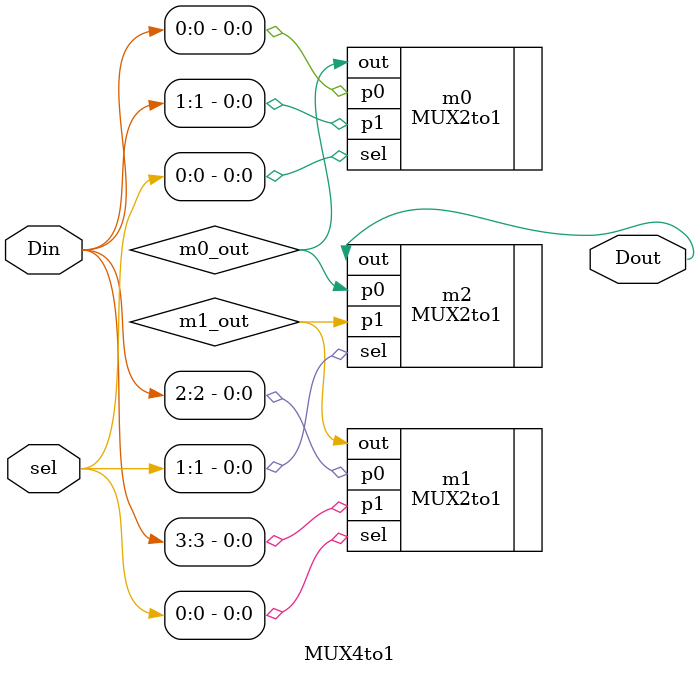
<source format=v>
`include "MUX2to1.v"

module MUX4to1(
    input [3:0] Din,
    input [1:0] sel,
    output Dout);

    wire m0_out;
    MUX2to1 m0(.p0(Din[0]),  // sel = 00, Dout = Din[0]
               .p1(Din[1]),  // sel = 01, Dout = Din[1]
               .sel(sel[0]),
               .out(m0_out));
    
    wire m1_out;
    MUX2to1 m1(.p0(Din[2]),  // sel = 10, Dout = Din[2]
               .p1(Din[3]),  // sel = 11, Dout = Din[3]
               .sel(sel[0]),
               .out(m1_out));

    MUX2to1 m2(.p0(m0_out),  // sel = 0x
               .p1(m1_out),  // sel = 1x
               .sel(sel[1]),
               .out(Dout));
    
endmodule
</source>
